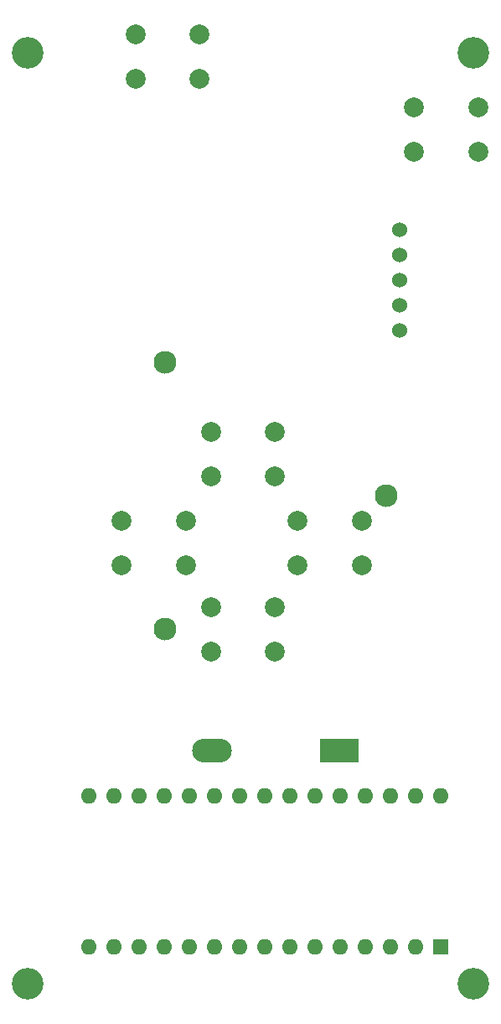
<source format=gbr>
%TF.GenerationSoftware,KiCad,Pcbnew,8.0.2*%
%TF.CreationDate,2024-05-13T00:00:15+01:00*%
%TF.ProjectId,Left_Controller_PCB_Bluetooth,4c656674-5f43-46f6-9e74-726f6c6c6572,V1.2*%
%TF.SameCoordinates,Original*%
%TF.FileFunction,Soldermask,Top*%
%TF.FilePolarity,Negative*%
%FSLAX46Y46*%
G04 Gerber Fmt 4.6, Leading zero omitted, Abs format (unit mm)*
G04 Created by KiCad (PCBNEW 8.0.2) date 2024-05-13 00:00:15*
%MOMM*%
%LPD*%
G01*
G04 APERTURE LIST*
%ADD10C,3.200000*%
%ADD11C,1.524000*%
%ADD12C,2.000000*%
%ADD13R,1.600000X1.600000*%
%ADD14O,1.600000X1.600000*%
%ADD15C,2.300000*%
%ADD16R,4.020000X2.410000*%
%ADD17O,4.020000X2.410000*%
G04 APERTURE END LIST*
D10*
%TO.C,H4*%
X121000000Y-145000000D03*
%TD*%
%TO.C,H3*%
X166000000Y-145000000D03*
%TD*%
%TO.C,H2*%
X166000000Y-51000000D03*
%TD*%
%TO.C,H1*%
X121000000Y-51000000D03*
%TD*%
D11*
%TO.C,JoystickL1*%
X158563250Y-79080000D03*
X158563250Y-76540000D03*
X158563250Y-74000000D03*
X158563250Y-71460000D03*
X158563250Y-68920000D03*
%TD*%
D12*
%TO.C,SEL_L1*%
X166500000Y-61000000D03*
X160000000Y-61000000D03*
X166500000Y-56500000D03*
X160000000Y-56500000D03*
%TD*%
%TO.C,DOWN1*%
X139500000Y-107000000D03*
X146000000Y-107000000D03*
X139500000Y-111500000D03*
X146000000Y-111500000D03*
%TD*%
%TO.C,LEFT1*%
X130500000Y-98250000D03*
X137000000Y-98250000D03*
X130500000Y-102750000D03*
X137000000Y-102750000D03*
%TD*%
%TO.C,LEFT_SHOULDER1*%
X138380800Y-53649932D03*
X131880800Y-53649932D03*
X138380800Y-49149932D03*
X131880800Y-49149932D03*
%TD*%
%TO.C,RIGHT1*%
X148250000Y-98250000D03*
X154750000Y-98250000D03*
X148250000Y-102750000D03*
X154750000Y-102750000D03*
%TD*%
%TO.C,UP1*%
X139500000Y-89250000D03*
X146000000Y-89250000D03*
X139500000Y-93750000D03*
X146000000Y-93750000D03*
%TD*%
D13*
%TO.C,CentralBoard1*%
X162712400Y-141245532D03*
D14*
X160172400Y-141245532D03*
X157632400Y-141245532D03*
X155092400Y-141245532D03*
X152552400Y-141245532D03*
X150012400Y-141245532D03*
X147472400Y-141245532D03*
X144932400Y-141245532D03*
X142392400Y-141245532D03*
X139852400Y-141245532D03*
X137312400Y-141245532D03*
X134772400Y-141245532D03*
X132232400Y-141245532D03*
X129692400Y-141245532D03*
X127152400Y-141245532D03*
X127152400Y-126005532D03*
X129692400Y-126005532D03*
X132232400Y-126005532D03*
X134772400Y-126005532D03*
X137312400Y-126005532D03*
X139852400Y-126005532D03*
X142392400Y-126005532D03*
X144932400Y-126005532D03*
X147472400Y-126005532D03*
X150012400Y-126005532D03*
X152552400Y-126005532D03*
X155092400Y-126005532D03*
X157632400Y-126005532D03*
X160172400Y-126005532D03*
X162712400Y-126005532D03*
%TD*%
D15*
%TO.C,BAT9V1*%
X134880000Y-109210000D03*
X157230000Y-95720000D03*
X134880000Y-82240000D03*
D16*
X152500000Y-121500000D03*
D17*
X139620000Y-121500000D03*
%TD*%
M02*

</source>
